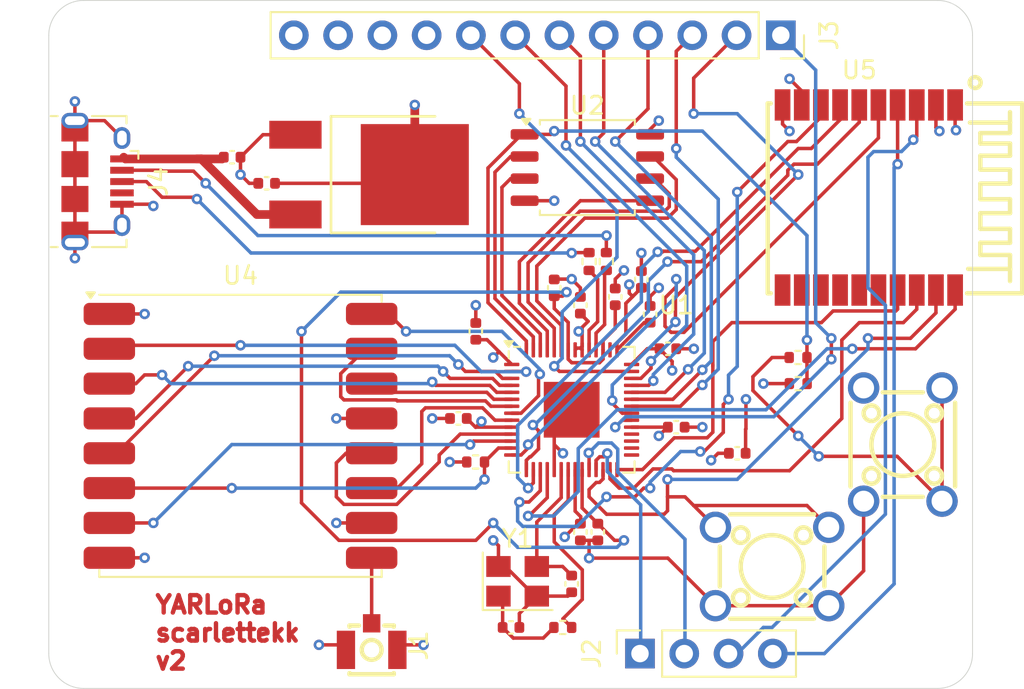
<source format=kicad_pcb>
(kicad_pcb (version 20240108) (generator "pcbnew") (generator_version "8.0")
  (layers (0 "F.Cu" signal) (1 "In1.Cu" signal) (2 "In2.Cu" signal) (31 "B.Cu" signal) (35 "F.Paste" user) (37 "F.SilkS" user "F.Silkscreen") (38 "B.Mask" user) (39 "F.Mask" user) (44 "Edge.Cuts" user))
  (net 0 "")
  (net 1 "GND")
  (net 2 "+3V3")
  (net 3 "+1V1")
  (net 4 "/BLE_SWCLK")
  (net 5 "VBUS")
  (net 6 "/BLE_SWDIO")
  (net 7 "Net-(U1-USB_DM)")
  (net 9 "Net-(U1-USB_DP)")
  (net 14 "Net-(U1-QSPI_SD3)")
  (net 15 "Net-(U1-QSPI_SS)")
  (net 16 "Net-(U1-QSPI_SD2)")
  (net 17 "Net-(U1-QSPI_SCLK)")
  (net 18 "Net-(U1-QSPI_SD0)")
  (net 20 "Net-(U1-QSPI_SD1)")
  (net 22 "/RUN")
  (net 24 "Net-(C15-Pad2)")
  (net 25 "Net-(U1-XIN)")
  (net 26 "Net-(J2-Pin_2)")
  (net 27 "Net-(J2-Pin_1)")
  (net 28 "Net-(R6-Pad1)")
  (net 29 "Net-(U1-XOUT)")
  (net 30 "Net-(U1-GPIO10)")
  (net 31 "Net-(U1-GPIO14)")
  (net 32 "Net-(U1-GPIO0)")
  (net 33 "/DIO0")
  (net 34 "Net-(U1-GPIO3)")
  (net 35 "Net-(U1-GPIO1)")
  (net 36 "/DIO2")
  (net 37 "/DIO4")
  (net 38 "/DIO5")
  (net 39 "Net-(U1-GPIO2)")
  (net 40 "/DIO1")
  (net 41 "/DIO3")
  (net 42 "Net-(J3-Pin_2)")
  (net 43 "Net-(J3-Pin_7)")
  (net 44 "Net-(J3-Pin_1)")
  (net 45 "Net-(J3-Pin_5)")
  (net 46 "Net-(J3-Pin_8)")
  (net 47 "Net-(J3-Pin_6)")
  (net 48 "Net-(J3-Pin_3)")
  (net 49 "Net-(J3-Pin_4)")
  (net 50 "/PB01")
  (net 51 "Net-(U1-GPIO11)")
  (net 52 "Net-(U1-GPIO13)")
  (net 53 "Net-(U1-GPIO12)")
  (net 54 "/PB02")
  (net 55 "/PB00")
  (net 62 "Net-(J4-D-)")
  (net 63 "Net-(J4-D+)")
  (net 65 "Net-(U4-ANT)")
  (footprint "K2-1102DP-L3SW-04:SW-TH_4P-L6.0-W6.0-P4.50-LS6.5" (layer "F.Cu") (at 91 52 90)
    (property "Reference" "SW1" (hide yes))
    (property "Value" "BOOTSEL")
  )
  (footprint "Capacitor_SMD:C_0402_1005Metric" (layer "F.Cu") (at 66.5 45.5 -90)
    (property "Reference" "C5" (hide yes))
    (property "Value" "100nF" (hide yes))
  )
  (footprint "Resistor_SMD:R_0402_1005Metric" (layer "F.Cu") (at 73 41.49 -90)
    (property "Reference" "R2" (hide yes))
    (property "Value" "27.4" (hide yes))
  )
  (footprint "MountingHole:MountingHole_2.2mm_M2" (layer "F.Cu") (at 45 29.5)
    (property "Reference" "REF**" (hide yes))
    (property "Value" "MountingHole_2.2mm_M2" (hide yes))
  )
  (footprint "K2-1102DP-L3SW-04:SW-TH_4P-L6.0-W6.0-P4.50-LS6.5" (layer "F.Cu") (at 83.5 59 180)
    (property "Reference" "SW2" (hide yes))
    (property "Value" "RUN")
  )
  (footprint "Connector_PinSocket_2.54mm:PinSocket_1x04_P2.54mm_Vertical" (layer "F.Cu") (at 75.92 64 90)
    (property "Reference" "J2")
    (property "Value" "DEBUG")
  )
  (footprint "Capacitor_SMD:C_0402_1005Metric" (layer "F.Cu") (at 68.52 62.5 180)
    (property "Reference" "C15" (hide yes))
    (property "Value" "15pF" (hide yes))
  )
  (footprint "Capacitor_SMD:C_0402_1005Metric" (layer "F.Cu") (at 72 60 90)
    (property "Reference" "C16" (hide yes))
    (property "Value" "15pF" (hide yes))
  )
  (footprint "Resistor_SMD:R_0402_1005Metric" (layer "F.Cu") (at 66.49 53)
    (property "Reference" "R8" (hide yes))
    (property "Value" "10k" (hide yes))
  )
  (footprint "MountingHole:MountingHole_2.2mm_M2" (layer "F.Cu") (at 92 29.5)
    (property "Reference" "REF**" (hide yes))
    (property "Value" "MountingHole_2.2mm_M2" (hide yes))
  )
  (footprint "Connector_PinSocket_2.54mm:PinSocket_1x12_P2.54mm_Vertical" (layer "F.Cu") (at 84 28.5 -90)
    (property "Reference" "J3")
    (property "Value" "GPIO")
  )
  (footprint "RF_Module:HOPERF_RFM9XW_SMD" (layer "F.Cu") (at 53 51.5)
    (property "Reference" "U4")
    (property "Value" "RFM95W-915S2" (hide yes))
  )
  (footprint "Capacitor_SMD:C_0402_1005Metric" (layer "F.Cu") (at 73.5 57.02 -90)
    (property "Reference" "C9" (hide yes))
    (property "Value" "100nF" (hide yes))
  )
  (footprint "Capacitor_SMD:C_0402_1005Metric" (layer "F.Cu") (at 74.5 43.52 90)
    (property "Reference" "C11" (hide yes))
    (property "Value" "1uF" (hide yes))
  )
  (footprint "Capacitor_SMD:C_0402_1005Metric" (layer "F.Cu") (at 52.52 35.5)
    (property "Reference" "C12" (hide yes))
    (property "Value" "10uF" (hide yes))
  )
  (footprint "NCP1117DT50G:NCP1117DT50G" (layer "F.Cu") (at 59.576 36.5 180)
    (property "Reference" "U3" (hide yes))
    (property "Value" "NCP1117DT33G" (hide yes))
  )
  (footprint "Capacitor_SMD:C_0402_1005Metric" (layer "F.Cu") (at 77.52 46.5 180)
    (property "Reference" "C1" (hide yes))
    (property "Value" "100nF" (hide yes))
  )
  (footprint "Package_SO:SOIC-8_5.23x5.23mm_P1.27mm" (layer "F.Cu") (at 72.9 36.095)
    (property "Reference" "U2")
    (property "Value" "W25Q128JVS" (hide yes))
  )
  (footprint "Resistor_SMD:R_0402_1005Metric" (layer "F.Cu") (at 73.99 41.49 -90)
    (property "Reference" "R1" (hide yes))
    (property "Value" "27.4" (hide yes))
  )
  (footprint "MountingHole:MountingHole_2.2mm_M2" (layer "F.Cu") (at 45 63)
    (property "Reference" "REF**" (hide yes))
    (property "Value" "MountingHole_2.2mm_M2" (hide yes))
  )
  (footprint "Resistor_SMD:R_0402_1005Metric" (layer "F.Cu") (at 71.49 62.5)
    (property "Reference" "R7" (hide yes))
    (property "Value" "1k" (hide yes))
  )
  (footprint "Connector_USB:USB_Micro-B_Amphenol_10118194_Horizontal" (layer "F.Cu") (at 44.8 36.9 -90)
    (property "Reference" "J4")
    (property "Value" "USB_B_Micro")
  )
  (footprint "BLE5201:BLE5201" (layer "F.Cu") (at 89.05 37.814 -90)
    (property "Reference" "U5")
    (property "Value" "BLE5201" (hide yes))
  )
  (footprint "Capacitor_SMD:C_0402_1005Metric" (layer "F.Cu") (at 54.5 37 180)
    (property "Reference" "C13" (hide yes))
    (property "Value" "10uF" (hide yes))
  )
  (footprint "Package_DFN_QFN:QFN-56-1EP_7x7mm_P0.4mm_EP3.2x3.2mm" (layer "F.Cu") (at 72 50)
    (property "Reference" "U1")
    (property "Value" "RP2040" (hide yes))
  )
  (footprint "Capacitor_SMD:C_0402_1005Metric" (layer "F.Cu") (at 65.5 50.5)
    (property "Reference" "C4" (hide yes))
    (property "Value" "100nF" (hide yes))
  )
  (footprint "Capacitor_SMD:C_0402_1005Metric" (layer "F.Cu") (at 78 51 180)
    (property "Reference" "C2" (hide yes))
    (property "Value" "100nF" (hide yes))
  )
  (footprint "MountingHole:MountingHole_2.2mm_M2" (layer "F.Cu") (at 92 63)
    (property "Reference" "REF**" (hide yes))
    (property "Value" "MountingHole_2.2mm_M2" (hide yes))
  )
  (footprint "Resistor_SMD:R_0402_1005Metric" (layer "F.Cu") (at 84.99 47)
    (property "Reference" "R6" (hide yes))
    (property "Value" "1k" (hide yes))
  )
  (footprint "Crystal:Crystal_SMD_Abracon_ABM8G-4Pin_3.2x2.5mm" (layer "F.Cu") (at 68.9 59.85)
    (property "Reference" "Y1")
    (property "Value" "ABM8G-12.000MHZ-18-D2Y-T" (hide yes))
  )
  (footprint "Capacitor_SMD:C_0402_1005Metric" (layer "F.Cu") (at 72.5 44 -90)
    (property "Reference" "C6" (hide yes))
    (property "Value" "100nF" (hide yes))
  )
  (footprint "Capacitor_SMD:C_0402_1005Metric" (layer "F.Cu") (at 76.5 44.52 -90)
    (property "Reference" "C7" (hide yes))
    (property "Value" "100nF" (hide yes))
  )
  (footprint "Capacitor_SMD:C_0402_1005Metric" (layer "F.Cu") (at 76 42.52 90)
    (property "Reference" "C8" (hide yes))
    (property "Value" "1uF" (hide yes))
  )
  (footprint "Resistor_SMD:R_0402_1005Metric" (layer "F.Cu") (at 85 48.5 180)
    (property "Reference" "R5" (hide yes))
    (property "Value" "10k" (hide yes))
  )
  (footprint "Capacitor_SMD:C_0402_1005Metric" (layer "F.Cu") (at 71 43 90)
    (property "Reference" "C10" (hide yes))
    (property "Value" "100nF" (hide yes))
  )
  (footprint "Capacitor_SMD:C_0402_1005Metric" (layer "F.Cu") (at 72.5 57.02 90)
    (property "Reference" "C3" (hide yes))
    (property "Value" "100nF" (hide yes))
  )
  (footprint "Capacitor_SMD:C_0402_1005Metric" (layer "F.Cu") (at 81.5 52.5)
    (property "Reference" "C14" (hide yes))
    (property "Value" "100nF" (hide yes))
  )
  (footprint "BWU.FL-IPEX1:BWU.FL-IPEX1" (layer "F.Cu") (at 60.525 63.025 -90)
    (property "Reference" "J1")
    (property "Value" "ANT")
  )
  (gr_line (start 93 66) (end 44 66) (stroke (width 0.05)) (layer "Edge.Cuts"))
  (gr_line (start 44 26.5) (end 93 26.5) (stroke (width 0.05)) (layer "Edge.Cuts"))
  (gr_arc (start 42 28.5) (mid 42.585786 27.085786) (end 44 26.5) (stroke (width 0.05)) (layer "Edge.Cuts"))
  (gr_line (start 95 28.5) (end 95 64) (stroke (width 0.05)) (layer "Edge.Cuts"))
  (gr_arc (start 44 66) (mid 42.585786 65.414214) (end 42 64) (stroke (width 0.05)) (layer "Edge.Cuts"))
  (gr_arc (start 95 64) (mid 94.414214 65.414214) (end 93 66) (stroke (width 0.05)) (layer "Edge.Cuts"))
  (gr_arc (start 93 26.5) (mid 94.414214 27.085786) (end 95 28.5) (stroke (width 0.05)) (layer "Edge.Cuts"))
  (gr_line (start 42 64) (end 42 28.5) (stroke (width 0.05)) (layer "Edge.Cuts"))
  (gr_text "YARLoRa\nscarlettekk\nv2" (at 48 65 0) (layer "F.Cu") (effects (font (size 1 1) (thickness 0.25) (bold yes)) (justify left bottom)))
  (segment (start 45.475 58.5) (end 47.5 58.5) (width 0.2) (layer "F.Cu") (net 1))
  (segment (start 47.9 38.2) (end 48 38.3) (width 0.2) (layer "F.Cu") (net 1))
  (segment (start 66.5 45.02) (end 66.5 44) (width 0.2) (layer "F.Cu") (net 1))
  (segment (start 88.75 59.25) (end 88.75 54.75) (width 0.2) (layer "F.Cu") (net 1))
  (segment (start 43.5 39.8) (end 45.8 39.8) (width 0.2) (layer "F.Cu") (net 1))
  (segment (start 81.98 51.12) (end 82 51.1) (width 0.2) (layer "F.Cu") (net 1))
  (segment (start 74.5 42.5) (end 74.5 43.01) (width 0.2) (layer "F.Cu") (net 1))
  (segment (start 71 42.5) (end 72 42.5) (width 0.2) (layer "F.Cu") (net 1))
  (segment (start 77.52 58.52) (end 73 58.52) (width 0.2) (layer "F.Cu") (net 1))
  (segment (start 80.25 61.25) (end 86.75 61.25) (width 0.2) (layer "F.Cu") (net 1))
  (segment (start 43.5 33.4) (end 45.2 33.4) (width 0.2) (layer "F.Cu") (net 1))
  (segment (start 67.8 59) (end 67.8 57.8) (width 0.2) (layer "F.Cu") (net 1))
  (segment (start 76.5 44.01) (end 76.5 43.5) (width 0.2) (layer "F.Cu") (net 1))
  (segment (start 78.48 51) (end 79.5 51) (width 0.2) (layer "F.Cu") (net 1))
  (segment (start 56.152 34.21) (end 54.29 34.21) (width 0.2) (layer "F.Cu") (net 1))
  (segment (start 75 42) (end 74.5 42.5) (width 0.2) (layer "F.Cu") (net 1))
  (segment (start 80.25 61.25) (end 77.52 58.52) (width 0.2) (layer "F.Cu") (net 1))
  (segment (start 43.5 39.8) (end 43.5 34) (width 0.2) (layer "F.Cu") (net 1))
  (segment (start 54.29 34.21) (end 53 35.5) (width 0.2) (layer "F.Cu") (net 1))
  (segment (start 62 63.5) (end 63.5 63.5) (width 0.2) (layer "F.Cu") (net 1))
  (segment (start 85.2 31.7) (end 84.5 31) (width 0.2) (layer "F.Cu") (net 1))
  (segment (start 69.9 60.7) (end 68.2 59) (width 0.2) (layer "F.Cu") (net 1))
  (segment (start 53 35.5) (end 53 36.5) (width 0.2) (layer "F.Cu") (net 1))
  (segment (start 73 57.5) (end 73 58.52) (width 0.2) (layer "F.Cu") (net 1))
  (segment (start 69 61.7) (end 70 60.7) (width 0.2) (layer "F.Cu") (net 1))
  (segment (start 81.98 52.5) (end 81.98 51.12) (width 0.2) (layer "F.Cu") (net 1))
  (segment (start 53.5 37) (end 53 36.5) (width 0.2) (layer "F.Cu") (net 1))
  (segment (start 45.475 44.5) (end 47.5 44.5) (width 0.2) (layer "F.Cu") (net 1))
  (segment (start 72.5 57.5) (end 73 57.5) (width 0.2) (layer "F.Cu") (net 1))
  (segment (start 46.2 38.2) (end 47.9 38.2) (width 0.2) (layer "F.Cu") (net 1))
  (segment (start 64 50.5) (end 65.02 50.5) (width 0.2) (layer "F.Cu") (net 1))
  (segment (start 69.3 38) (end 71 38) (width 0.2) (layer "F.Cu") (net 1))
  (segment (start 70 60.7) (end 69.9 60.7) (width 0.2) (layer "F.Cu") (net 1))
  (segment (start 54.02 37) (end 53.5 37) (width 0.2) (layer "F.Cu") (net 1))
  (segment (start 60.525 56.5) (end 58.5 56.5) (width 0.2) (layer "F.Cu") (net 1))
  (segment (start 68.2 59) (end 67.8 59) (width 0.2) (layer "F.Cu") (net 1))
  (segment (start 86.75 61.25) (end 88.75 59.25) (width 0.2) (layer "F.Cu") (net 1))
  (segment (start 43.5 32.3) (end 43.5 33.4) (width 0.2) (layer "F.Cu") (net 1))
  (segment (start 71 52) (end 71 53.4375) (width 0.2) (layer "F.Cu") (net 1))
  (segment (start 72.5 43.51) (end 72.5 43) (width 0.2) (layer "F.Cu") (net 1))
  (segment (start 77.99 46.5) (end 79.01 46.5) (width 0.2) (layer "F.Cu") (net 1))
  (segment (start 73 57.5) (end 73.5 57.5) (width 0.2) (layer "F.Cu") (net 1))
  (segment (start 76.5 43.5) (end 77 43) (width 0.2) (layer "F.Cu") (net 1))
  (segment (start 85.2 32.5) (end 85.2 31.7) (width 0.2) (layer "F.Cu") (net 1))
  (segment (start 45.2 33.4) (end 46.2 34.4) (width 0.2) (layer "F.Cu") (net 1))
  (segment (start 82 51.1) (end 82 49.4) (width 0.2) (layer "F.Cu") (net 1))
  (segment (start 59.05 63.5) (end 57.5 63.5) (width 0.2) (layer "F.Cu") (net 1))
  (segment (start 43.5 40.4) (end 43.5 41.3) (width 0.2) (layer "F.Cu") (net 1))
  (segment (start 45.8 39.8) (end 46.2 39.4) (width 0.2) (layer "F.Cu") (net 1))
  (segment (start 72.5 43) (end 72 42.5) (width 0.2) (layer "F.Cu") (net 1))
  (segment (start 94.05 33.95) (end 94 33.9) (width 0.2) (layer "F.Cu") (net 1))
  (segment (start 94 33.9) (end 94 32.5005) (width 0.2) (layer "F.Cu") (net 1))
  (segment (start 70 60.7) (end 71.78 60.7) (width 0.2) (layer "F.Cu") (net 1))
  (segment (start 88.75 48.25) (end 88 49) (width 0.2) (layer "F.Cu") (net 1))
  (segment (start 72 50) (end 71 51) (width 0.2) (layer "F.Cu") (net 1))
  (segment (start 71.78 60.7) (end 72 60.48) (width 0.2) (layer "F.Cu") (net 1))
  (segment (start 46.2 38.2) (end 46.2 39.4) (width 0.2) (layer "F.Cu") (net 1))
  (segment (start 69 62.5) (end 69 61.7) (width 0.2) (layer "F.Cu") (net 1))
  (segment (start 76 42.01) (end 76 41) (width 0.2) (layer "F.Cu") (net 1))
  (segment (start 71 52) (end 71.5 52.5) (width 0.2) (layer "F.Cu") (net 1))
  (segment (start 71 51) (end 71 52) (width 0.2) (layer "F.Cu") (net 1))
  (segment (start 67.8 57.8) (end 67.5 57.5) (width 0.2) (layer "F.Cu") (net 1))
  (via (at 76 41) (size 0.6) (drill 0.3) (layers "F.Cu" "B.Cu") (net 1))
  (via (at 71.5 52.5) (size 0.6) (drill 0.3) (layers "F.Cu" "B.Cu") (net 1))
  (via (at 64 50.5) (size 0.6) (drill 0.3) (layers "F.Cu" "B.Cu") (net 1))
  (via (at 47.5 44.5) (size 0.6) (drill 0.3) (layers "F.Cu" "B.Cu") (net 1))
  (via (at 82 49.4) (size 0.6) (drill 0.3) (layers "F.Cu" "B.Cu") (net 1))
  (via (at 77 43) (size 0.6) (drill 0.3) (layers "F.Cu" "B.Cu") (net 1))
  (via (at 53 36.5) (size 0.6) (drill 0.3) (layers "F.Cu" "B.Cu") (net 1))
  (via (at 72 42.5) (size 0.6) (drill 0.3) (layers "F.Cu" "B.Cu") (net 1))
  (via (at 75 42) (size 0.6) (drill 0.3) (layers "F.Cu" "B.Cu") (net 1))
  (via (at 57.5 63.5) (size 0.6) (drill 0.3) (layers "F.Cu" "B.Cu") (net 1))
  (via (at 73 58.52) (size 0.6) (drill 0.3) (layers "F.Cu" "B.Cu") (net 1))
  (via (at 71 38) (size 0.6) (drill 0.3) (layers "F.Cu" "B.Cu") (net 1))
  (via (at 58.5 56.5) (size 0.6) (drill 0.3) (layers "F.Cu" "B.Cu") (net 1))
  (via (at 47.5 58.5) (size 0.6) (drill 0.3) (layers "F.Cu" "B.Cu") (net 1))
  (via (at 66.5 44) (size 0.6) (drill 0.3) (layers "F.Cu" "B.Cu") (net 1))
  (via (at 43.5 32.3) (size 0.6) (drill 0.3) (layers "F.Cu" "B.Cu") (net 1))
  (via (at 94.05 33.95) (size 0.6) (drill 0.3) (layers "F.Cu" "B.Cu") (net 1))
  (via (at 43.5 41.3) (size 0.6) (drill 0.3) (layers "F.Cu" "B.Cu") (net 1))
  (via (at 48 38.3) (size 0.6) (drill 0.3) (layers "F.Cu" "B.Cu") (net 1))
  (via (at 79.5 51) (size 0.6) (drill 0.3) (layers "F.Cu" "B.Cu") (net 1))
  (via (at 67.5 57.5) (size 0.6) (drill 0.3) (layers "F.Cu" "B.Cu") (net 1))
  (via (at 84.5 31) (size 0.6) (drill 0.3) (layers "F.Cu" "B.Cu") (net 1))
  (via (at 79.01 46.5) (size 0.6) (drill 0.3) (layers "F.Cu" "B.Cu") (net 1))
  (via (at 63.5 63.5) (size 0.6) (drill 0.3) (layers "F.Cu" "B.Cu") (net 1))
  (segment (start 65 53) (end 65.98 53) (width 0.2) (layer "F.Cu") (net 2))
  (segment (start 66.48 51) (end 65.98 50.5) (width 0.2) (layer "F.Cu") (net 2))
  (segment (start 72.944314 44.924314) (end 72.6 45.268628) (width 0.2) (layer "F.Cu") (net 2))
  (segment (start 76.5 33.9) (end 77 33.4) (width 0.2) (layer "F.Cu") (net 2))
  (segment (start 67.83125 46.66875) (end 67.5 47) (width 0.2) (layer "F.Cu") (net 2))
  (segment (start 67.1425 45.98) (end 67.33125 46.16875) (width 0.2) (layer "F.Cu") (net 2))
  (segment (start 77.5 51) (end 77 51.5) (width 0.2) (layer "F.Cu") (net 2))
  (segment (start 66.5 45.98) (end 67.1425 45.98) (width 0.2) (layer "F.Cu") (net 2))
  (segment (start 72.5 56.54) (end 72.360006 56.54) (width 0.2) (layer "F.Cu") (net 2))
  (segment (start 60.525 50.5) (end 58.5 50.5) (width 0.2) (layer "F.Cu") (net 2))
  (segment (start 72.2 46.5625) (end 72.3 46.4625) (width 0.2) (layer "F.Cu") (net 2))
  (segment (start 72.360006 56.54) (end 71.6 57.300006) (width 0.2) (layer "F.Cu") (net 2))
  (segment (start 84.49 48.5) (end 83 48.5) (width 0.2) (layer "F.Cu") (net 2))
  (segment (start 77.52 51) (end 77.5 51) (width 0.2) (layer "F.Cu") (net 2))
  (segment (start 72.52 56.14) (end 72.2 55.82) (width 0.2) (layer "F.Cu") (net 2))
  (segment (start 77.04 46.5) (end 76.3375 46.5) (width 0.2) (layer "F.Cu") (net 2))
  (segment (start 67.83125 46.66875) (end 68.5625 47.4) (width 0.2) (layer "F.Cu") (net 2))
  (segment (start 84.1 33.6) (end 84.1 32.5) (width 0.2) (layer "F.Cu") (net 2))
  (segment (start 66.48 51) (end 66.5 51) (width 0.2) (layer "F.Cu") (net 2))
  (segment (start 75.5 43.5) (end 76 43) (width 0.2) (layer "F.Cu") (net 2))
  (segment (start 66.5 51) (end 66.825735 50.674265) (width 0.2) (layer "F.Cu") (net 2))
  (segment (start 63 36.5) (end 63 32.5) (width 0.5) (layer "F.Cu") (net 2))
  (segment (start 77.04 46.5) (end 77.764877 47.224877) (width 0.2) (layer "F.Cu") (net 2))
  (segment (start 74.2 46.5625) (end 75.11 45.6525) (width 0.2) (layer "F.Cu") (net 2))
  (segment (start 72.6 45.268628) (end 72.6 45.5) (width 0.2) (layer "F.Cu") (net 2))
  (segment (start 92.9 33.8) (end 93.1 34) (width 0.2) (layer "F.Cu") (net 2))
  (segment (start 92.9 32.5) (end 92.9 33.8) (width 0.2) (layer "F.Cu") (net 2))
  (segment (start 68.5625 51) (end 66.48 51) (width 0.2) (layer "F.Cu") (net 2))
  (segment (start 54.98 37) (end 62.5 37) (width 0.2) (layer "F.Cu") (net 2))
  (segment (start 72.2 55.82) (end 72.2 53.4375) (width 0.2) (layer "F.Cu") (net 2))
  (segment (start 75.5 43.5) (end 75.304175 43.304175) (width 0.2) (layer "F.Cu") (net 2))
  (segment (start 72.5 56.54) (end 72.52 56.52) (width 0.2) (layer "F.Cu") (net 2))
  (segment (start 72.5 56.54) (end 72.7 56.34) (width 0.2) (layer "F.Cu") (net 2))
  (segment (start 75.11 45.6525) (end 75.11 43.89) (width 0.2) (layer "F.Cu") (net 2))
  (segment (start 72.5 46.4625) (end 72.6 46.5625) (width 0.2) (layer "F.Cu") (net 2))
  (segment (start 76.5 45) (end 76.1625 45) (width 0.2) (layer "F.Cu") (net 2))
  (segment (start 67.33125 46.16875) (end 67.83125 46.66875) (width 0.2) (layer "F.Cu") (net 2))
  (segment (start 75.304175 43.304175) (end 75.304175 42.810112) (width 0.2) (layer "F.Cu") (net 2))
  (segment (start 76.1625 45) (end 74.6 46.5625) (width 0.2) (layer "F.Cu") (net 2))
  (segment (start 80.4 52.5) (end 80 52.9) (width 0.2) (layer "F.Cu") (net 2))
  (segment (start 62.5 37) (end 63 36.5) (width 0.2) (layer "F.Cu") (net 2))
  (segment (start 72.52 56.52) (end 72.52 56.14) (width 0.2) (layer "F.Cu") (net 2))
  (segment (start 75.11 43.89) (end 75.5 43.5) (width 0.2) (layer "F.Cu") (net 2))
  (segment (start 72.6 45.5) (end 72.4 45.5) (width 0.2) (layer "F.Cu") (net 2))
  (segment (start 76.3375 46.5) (end 75.4375 47.4) (width 0.2) (layer "F.Cu") (net 2))
  (segment (start 72.3 46.4625) (end 72.5 46.4625) (width 0.2) (layer "F.Cu") (net 2))
  (segment (start 72.6 46.3625) (end 72.5 46.4625) (width 0.2) (layer "F.Cu") (net 2))
  (segment (start 77.764877 47.224877) (end 77.764877 47.745123) (width 0.2) (layer "F.Cu") (net 2))
  (segment (start 72.5 44.48) (end 72.944314 44.924314) (width 0.2) (layer "F.Cu") (net 2))
  (segment (start 76.5 34.19) (end 76.5 33.9) (width 0.2) (layer "F.Cu") (net 2))
  (segment (start 81.02 52.5) (end 80.4 52.5) (width 0.2) (layer "F.Cu") (net 2))
  (segment (start 75.4375 51) (end 77.52 51) (width 0.2) (layer "F.Cu") (net 2))
  (segment (start 72.6 45.5) (end 72.6 46.3625) (width 0.2) (layer "F.Cu") (net 2))
  (segment (start 84.5 34) (end 84.1 33.6) (width 0.2) (layer "F.Cu") (net 2))
  (via (at 80 52.9) (size 0.6) (drill 0.3) (layers "F.Cu" "B.Cu") (net 2))
  (via (at 71.6 57.300006) (size 0.6) (drill 0.3) (layers "F.Cu" "B.Cu") (net 2))
  (via (at 66.825735 50.674265) (size 0.6) (drill 0.3) (layers "F.Cu" "B.Cu") (net 2))
  (via (at 63 32.5) (size 0.6) (drill 0.3) (layers "F.Cu" "B.Cu") (net 2))
  (via (at 93.1 34) (size 0.6) (drill 0.3) (layers "F.Cu" "B.Cu") (net 2))
  (via (at 77 33.4) (size 0.6) (drill 0.3) (layers "F.Cu" "B.Cu") (net 2))
  (via (at 65 53) (size 0.6) (drill 0.3) (layers "F.Cu" "B.Cu") (net 2))
  (via (at 67.5 47) (size 0.6) (drill 0.3) (layers "F.Cu" "B.Cu") (net 2))
  (via (at 77.764877 47.745123) (size 0.6) (drill 0.3) (layers "F.Cu" "B.Cu") (net 2))
  (via (at 83 48.5) (size 0.6) (drill 0.3) (layers "F.Cu" "B.Cu") (net 2))
  (via (at 72.4 45.5) (size 0.6) (drill 0.3) (layers "F.Cu" "B.Cu") (net 2))
  (via (at 77 51.5) (size 0.6) (drill 0.3) (layers "F.Cu" "B.Cu") (net 2))
  (via (at 84.5 34) (size 0.6) (drill 0.3) (layers "F.Cu" "B.Cu") (net 2))
  (via (at 75.304175 42.810112) (size 0.6) (drill 0.3) (layers "F.Cu" "B.Cu") (net 2))
  (via (at 58.5 50.5) (size 0.6) (drill 0.3) (layers "F.Cu" "B.Cu") (net 2))
  (segment (start 72.00364 47.3) (end 73.59636 47.3) (width 0.2) (layer "F.Cu") (net 3))
  (segment (start 71.8 46.5625) (end 71.8 44.984314) (width 0.2) (layer "F.Cu") (net 3))
  (segment (start 58.651471 57.5) (end 66.5 57.5) (width 0.2) (layer "F.Cu") (net 3))
  (segment (start 66.5 57.5) (end 67.5 56.5) (width 0.2) (layer "F.Cu") (net 3))
  (segment (start 72.6 53.4375) (end 72.6 55.64) (width 0.2) (layer "F.Cu") (net 3))
  (segment (start 72.6 55.64) (end 73.5 56.54) (width 0.2) (layer "F.Cu") (net 3))
  (segment (start 73.8 46.02864) (end 74.5 45.32864) (width 0.2) (layer "F.Cu") (net 3))
  (segment (start 73.8 46.5625) (end 73.8 46.02864) (width 0.2) (layer "F.Cu") (net 3))
  (segment (start 71 43.48) (end 71.471117 43.48) (width 0.2) (layer "F.Cu") (net 3))
  (segment (start 75 57.5) (end 74.46 57.5) (width 0.2) (layer "F.Cu") (net 3))
  (segment (start 73.8 47.09636) (end 73.8 46.5625) (width 0.2) (layer "F.Cu") (net 3))
  (segment (start 71.8 46.5625) (end 71.8 47.09636) (width 0.2) (layer "F.Cu") (net 3))
  (segment (start 71.8 44.984314) (end 71 44.184314) (width 0.2) (layer "F.Cu") (net 3))
  (segment (start 73.59636 47.3) (end 73.8 47.09636) (width 0.2) (layer "F.Cu") (net 3))
  (segment (start 74.46 57.5) (end 73.5 56.54) (width 0.2) (layer "F.Cu") (net 3))
  (segment (start 56.5 45.5) (end 56.5 55.348529) (width 0.2) (layer "F.Cu") (net 3))
  (segment (start 71.471117 43.48) (end 71.703866 43.247251) (width 0.2) (layer "F.Cu") (net 3))
  (segment (start 71 44.184314) (end 71 43.49) (width 0.2) (layer "F.Cu") (net 3))
  (segment (start 56.5 55.348529) (end 58.651471 57.5) (width 0.2) (layer "F.Cu") (net 3))
  (segment (start 74.5 45.32864) (end 74.5 44) (width 0.2) (layer "F.Cu") (net 3))
  (segment (start 71.8 47.09636) (end 72.00364 47.3) (width 0.2) (layer "F.Cu") (net 3))
  (via (at 71.703866 43.247251) (size 0.6) (drill 0.3) (layers "F.Cu" "B.Cu") (net 3))
  (via (at 56.5 45.5) (size 0.6) (drill 0.3) (layers "F.Cu" "B.Cu") (net 3))
  (via (at 67.5 56.5) (size 0.6) (drill 0.3) (layers "F.Cu" "B.Cu") (net 3))
  (via (at 75 57.5) (size 0.6) (drill 0.3) (layers "F.Cu" "B.Cu") (net 3))
  (segment (start 67.5 56.5) (end 68.900006 57.900006) (width 0.2) (layer "B.Cu") (net 3))
  (segment (start 74.599994 57.900006) (end 75 57.5) (width 0.2) (layer "B.Cu") (net 3))
  (segment (start 68.900006 57.900006) (end 74.599994 57.900006) (width 0.2) (layer "B.Cu") (net 3))
  (segment (start 71.703866 43.247251) (end 58.752749 43.247251) (width 0.2) (layer "B.Cu") (net 3))
  (segment (start 58.752749 43.247251) (end 56.5 45.5) (width 0.2) (layer "B.Cu") (net 3))
  (segment (start 91.8 34.3) (end 91.6 34.5) (width 0.2) (layer "F.Cu") (net 4))
  (segment (start 91.8 32.5) (end 91.8 34.3) (width 0.2) (layer "F.Cu") (net 4))
  (via (at 91.6 34.5) (size 0.6) (drill 0.3) (layers "F.Cu" "B.Cu") (net 4))
  (segment (start 89.325735 35.174265) (end 90.925735 35.174265) (width 0.2) (layer "B.Cu") (net 4))
  (segment (start 90.925735 35.174265) (end 91.6 34.5) (width 0.2) (layer "B.Cu") (net 4))
  (segment (start 89 35.5) (end 89.325735 35.174265) (width 0.2) (layer "B.Cu") (net 4))
  (segment (start 89 43) (end 89 35.5) (width 0.2) (layer "B.Cu") (net 4))
  (segment (start 81.5 64) (end 83 62.5) (width 0.2) (layer "B.Cu") (net 4))
  (segment (start 90 44) (end 89 43) (width 0.2) (layer "B.Cu") (net 4))
  (segment (start 90 56) (end 90 44) (width 0.2) (layer "B.Cu") (net 4))
  (segment (start 83.5 62.5) (end 90 56) (width 0.2) (layer "B.Cu") (net 4))
  (segment (start 83 62.5) (end 83.5 62.5) (width 0.2) (layer "B.Cu") (net 4))
  (segment (start 81 64) (end 81.5 64) (width 0.2) (layer "B.Cu") (net 4))
  (segment (start 46.4 35.6) (end 46.3 35.5) (width 0.5) (layer "F.Cu") (net 5))
  (segment (start 56.152 38.79) (end 53.941471 38.79) (width 0.5) (layer "F.Cu") (net 5))
  (segment (start 52.04 35.5) (end 51.94 35.6) (width 0.5) (layer "F.Cu") (net 5))
  (segment (start 51.94 35.6) (end 46.4 35.6) (width 0.5) (layer "F.Cu") (net 5))
  (segment (start 50.751471 35.6) (end 50.5 35.6) (width 0.5) (layer "F.Cu") (net 5))
  (segment (start 53.941471 38.79) (end 50.751471 35.6) (width 0.5) (layer "F.Cu") (net 5))
  (segment (start 90.7 35.9) (end 90.7 32.5) (width 0.2) (layer "F.Cu") (net 6))
  (via (at 90.7 35.9) (size 0.6) (drill 0.3) (layers "F.Cu" "B.Cu") (net 6))
  (segment (start 90.5 36.1) (end 90.5 60) (width 0.2) (layer "B.Cu") (net 6))
  (segment (start 90.7 35.9) (end 90.5 36.1) (width 0.2) (layer "B.Cu") (net 6))
  (segment (start 86.5 64) (end 83.54 64) (width 0.2) (layer "B.Cu") (net 6))
  (segment (start 90.5 60) (end 86.5 64) (width 0.2) (layer "B.Cu") (net 6))
  (segment (start 73.89 45.11) (end 73.89 42.1) (width 0.2) (layer "F.Cu") (net 7))
  (segment (start 73.4 46.5625) (end 73.4 45.6) (width 0.2) (layer "F.Cu") (net 7))
  (segment (start 73.89 42.1) (end 73.99 42) (width 0.2) (layer "F.Cu") (net 7))
  (segment (start 73.4 45.6) (end 73.89 45.11) (width 0.2) (layer "F.Cu") (net 7))
  (segment (start 73 45.434314) (end 73.49 44.944314) (width 0.2) (layer "F.Cu") (net 9))
  (segment (start 73.49 44.944314) (end 73.49 42.49) (width 0.2) (layer "F.Cu") (net 9))
  (segment (start 73.49 42.49) (end 73 42) (width 0.2) (layer "F.Cu") (net 9))
  (segment (start 73 46.5625) (end 73 45.434314) (width 0.2) (layer "F.Cu") (net 9))
  (segment (start 78 38.506238) (end 78 36.789448) (width 0.2) (layer "F.Cu") (net 14))
  (segment (start 76.670552 35.46) (end 76.5 35.46) (width 0.2) (layer "F.Cu") (net 14))
  (segment (start 71.4 45.15) (end 70 43.75) (width 0.2) (layer "F.Cu") (net 14))
  (segment (start 77.506238 39) (end 78 38.506238) (width 0.2) (layer "F.Cu") (net 14))
  (segment (start 70 43.75) (end 70 41.75) (width 0.2) (layer "F.Cu") (net 14))
  (segment (start 72.75 39) (end 77.506238 39) (width 0.2) (layer "F.Cu") (net 14))
  (segment (start 70 41.75) (end 72.75 39) (width 0.2) (layer "F.Cu") (net 14))
  (segment (start 71.4 46.5625) (end 71.4 45.15) (width 0.2) (layer "F.Cu") (net 14))
  (segment (start 78 36.789448) (end 76.670552 35.46) (width 0.2) (layer "F.Cu") (net 14))
  (segment (start 67.2 36.119448) (end 67.2 43.851471) (width 0.2) (layer "F.Cu") (net 15))
  (segment (start 69.4 46.051471) (end 69.4 46.5625) (width 0.2) (layer "F.Cu") (net 15))
  (segment (start 85.5 48.49) (end 85.51 48.5) (width 0.2) (layer "F.Cu") (net 15))
  (segment (start 71 34) (end 70.81 34.19) (width 0.2) (layer "F.Cu") (net 15))
  (segment (start 70.81 34.19) (end 69.3 34.19) (width 0.2) (layer "F.Cu") (net 15))
  (segment (start 67.2 43.851471) (end 69.4 46.051471) (width 0.2) (layer "F.Cu") (net 15))
  (segment (start 69.3 34.19) (end 69.129448 34.19) (width 0.2) (layer "F.Cu") (net 15))
  (segment (start 85.5 47) (end 85.5 48.49) (width 0.2) (layer "F.Cu") (net 15))
  (segment (start 69.129448 34.19) (end 67.2 36.119448) (width 0.2) (layer "F.Cu") (net 15))
  (segment (start 85.5 47) (end 85.5 46) (width 0.2) (layer "F.Cu") (net 15))
  (via (at 85.5 46) (size 0.6) (drill 0.3) (layers "F.Cu" "B.Cu") (net 15))
  (via (at 71 34) (size 0.6) (drill 0.3) (layers "F.Cu" "B.Cu") (net 15))
  (segment (start 71 34) (end 79.5 34) (width 0.2) (layer "B.Cu") (net 15))
  (segment (start 85.5 40) (end 85.5 46) (width 0.2) (layer "B.Cu") (net 15))
  (segment (start 79.5 34) (end 85.5 40) (width 0.2) (layer "B.Cu") (net 15))
  (segment (start 68 43.447058) (end 70.2 45.647058) (width 0.2) (layer "F.Cu") (net 16))
  (segment (start 69.3 36.73) (end 68.5 36.730001) (width 0.2) (layer "F.Cu") (net 16))
  (segment (start 68 37.230001) (end 68 43.447058) (width 0.2) (layer "F.Cu") (net 16))
  (segment (start 70.2 45.647058) (end 70.2 46.5625) (width 0.2) (layer "F.Cu") (net 16))
  (segment (start 68.5 36.730001) (end 68 37.230001) (width 0.2) (layer "F.Cu") (net 16))
  (segment (start 77.340552 38.6) (end 77.6 38.340552) (width 0.2) (layer "F.Cu") (net 17))
  (segment (start 77.6 38.340552) (end 77.6 37.6) (width 0.2) (layer "F.Cu") (net 17))
  (segment (start 69.5 43.815686) (end 69.5 41.570736) (width 0.2) (layer "F.Cu") (net 17))
  (segment (start 71 46.5625) (end 71 45.315686) (width 0.2) (layer "F.Cu") (net 17))
  (segment (start 76.73 36.73) (end 76.5 36.73) (width 0.2) (layer "F.Cu") (net 17))
  (segment (start 77.6 37.6) (end 76.73 36.73) (width 0.2) (layer "F.Cu") (net 17))
  (segment (start 72.470736 38.6) (end 77.340552 38.6) (width 0.2) (layer "F.Cu") (net 17))
  (segment (start 71 45.315686) (end 69.5 43.815686) (width 0.2) (layer "F.Cu") (net 17))
  (segment (start 69.5 41.570736) (end 72.470736 38.6) (width 0.2) (layer "F.Cu") (net 17))
  (segment (start 70.6 46.5625) (end 70.6 45.481372) (width 0.2) (layer "F.Cu") (net 18))
  (segment (start 70.6 45.481372) (end 69 43.881372) (width 0.2) (layer "F.Cu") (net 18))
  (segment (start 69 41.5) (end 72.5 38) (width 0.2) (layer "F.Cu") (net 18))
  (segment (start 69 43.881372) (end 69 41.5) (width 0.2) (layer "F.Cu") (net 18))
  (segment (start 72.5 38) (end 76.5 38) (width 0.2) (layer "F.Cu") (net 18))
  (segment (start 69.8 46.5625) (end 69.8 45.812744) (width 0.2) (layer "F.Cu") (net 20))
  (segment (start 67.6 36.360001) (end 68.500001 35.46) (width 0.2) (layer "F.Cu") (net 20))
  (segment (start 69.8 45.812744) (end 67.6 43.612744) (width 0.2) (layer "F.Cu") (net 20))
  (segment (start 68.500001 35.46) (end 69.3 35.46) (width 0.2) (layer "F.Cu") (net 20))
  (segment (start 67.6 43.612744) (end 67.6 36.360001) (width 0.2) (layer "F.Cu") (net 20))
  (segment (start 79 55.5) (end 80.25 56.75) (width 0.2) (layer "F.Cu") (net 22))
  (segment (start 73 54.58568) (end 73.41068 54.175) (width 0.2) (layer "F.Cu") (net 22))
  (segment (start 89 45.9) (end 91.439735 45.9) (width 0.2) (layer "F.Cu") (net 22))
  (segment (start 91.439735 45.9) (end 92.9 44.439735) (width 0.2) (layer "F.Cu") (net 22))
  (segment (start 73.59636 54.175) (end 73.8 53.97136) (width 0.2) (layer "F.Cu") (net 22))
  (segment (start 77.3 56) (end 74 56) (width 0.2) (layer "F.Cu") (net 22))
  (segment (start 77.5 55) (end 78.5 55) (width 0.2) (layer "F.Cu") (net 22))
  (segment (start 77.5 55) (end 77.5 55.8) (width 0.2) (layer "F.Cu") (net 22))
  (segment (start 78.5 55) (end 79 55.5) (width 0.2) (layer "F.Cu") (net 22))
  (segment (start 85.5 55.5) (end 86.75 56.75) (width 0.2) (layer "F.Cu") (net 22))
  (segment (start 77.5 55.8) (end 77.3 56) (width 0.2) (layer "F.Cu") (net 22))
  (segment (start 73.41068 54.175) (end 73.59636 54.175) (width 0.2) (layer "F.Cu") (net 22))
  (segment (start 92.9 44.439735) (end 92.9 43.128) (width 0.2) (layer "F.Cu") (net 22))
  (segment (start 73.8 53.97136) (end 73.8 53.4375) (width 0.2) (layer "F.Cu") (net 22))
  (segment (start 77.5 54) (end 77.5 55) (width 0.2) (layer "F.Cu") (net 22))
  (segment (start 73 55) (end 73 54.58568) (width 0.2) (layer "F.Cu") (net 22))
  (segment (start 74 56) (end 73 55) (width 0.2) (layer "F.Cu") (net 22))
  (segment (start 79 55.5) (end 85.5 55.5) (width 0.2) (layer "F.Cu") (net 22))
  (via (at 77.5 54) (size 0.6) (drill 0.3) (layers "F.Cu" "B.Cu") (net 22))
  (via (at 89 45.9) (size 0.6) (drill 0.3) (layers "F.Cu" "B.Cu") (net 22))
  (segment (start 81.5 54) (end 77.5 54) (width 0.2) (layer "B.Cu") (net 22))
  (segment (start 89 46.5) (end 81.5 54) (width 0.2) (layer "B.Cu") (net 22))
  (segment (start 89 45.9) (end 89 46.5) (width 0.2) (layer "B.Cu") (net 22))
  (segment (start 68.04 62.5) (end 68.04 60.94) (width 0.2) (layer "F.Cu") (net 24))
  (segment (start 68.04 60.94) (end 67.8 60.7) (width 0.2) (layer "F.Cu") (net 24))
  (segment (start 68.65 63.11) (end 68.04 62.5) (width 0.2) (layer "F.Cu") (net 24))
  (segment (start 70.98 62.5) (end 70.37 63.11) (width 0.2) (layer "F.Cu") (net 24))
  (segment (start 70.37 63.11) (end 68.65 63.11) (width 0.2) (layer "F.Cu") (net 24))
  (segment (start 71.4 55.048535) (end 71.4 55.029552) (width 0.2) (layer "F.Cu") (net 25))
  (segment (start 70 59) (end 70 56.448535) (width 0.2) (layer "F.Cu") (net 25))
  (segment (start 70 59) (end 71.48 59) (width 0.2) (layer "F.Cu") (net 25))
  (segment (start 71.4 55.029552) (end 71.4 53.4375) (width 0.2) (layer "F.Cu") (net 25))
  (segment (start 71.48 59) (end 72 59.52) (width 0.2) (layer "F.Cu") (net 25))
  (segment (start 70 56.448535) (end 71.4 55.048535) (width 0.2) (layer "F.Cu") (net 25))
  (segment (start 73 52.499797) (end 72.977657 52.477454) (width 0.2) (layer "F.Cu") (net 26))
  (segment (start 73 53.4375) (end 73 52.499797) (width 0.2) (layer "F.Cu") (net 26))
  (via (at 72.977657 52.477454) (size 0.6) (drill 0.3) (layers "F.Cu" "B.Cu") (net 26))
  (segment (start 74.6436 52.261859) (end 74.6436 53.577914) (width 0.2) (layer "B.Cu") (net 26))
  (segment (start 72.977657 52.477454) (end 73.544723 51.910388) (width 0.2) (layer "B.Cu") (net 26))
  (segment (start 78.5 57.434314) (end 78.5 64) (width 0.2) (layer "B.Cu") (net 26))
  (segment (start 74.6436 53.577914) (end 78.5 57.434314) (width 0.2) (layer "B.Cu") (net 26))
  (segment (start 74.292129 51.910388) (end 74.6436 52.261859) (width 0.2) (layer "B.Cu") (net 26))
  (segment (start 73.544723 51.910388) (end 74.292129 51.910388) (width 0.2) (layer "B.Cu") (net 26))
  (segment (start 73.853988 52.7) (end 73.60364 52.7) (width 0.2) (layer "F.Cu") (net 27))
  (segment (start 74.0436 52.510388) (end 73.853988 52.7) (width 0.2) (layer "F.Cu") (net 27))
  (segment (start 73.60364 52.7) (end 73.4 52.90364) (width 0.2) (layer "F.Cu") (net 27))
  (segment (start 73.4 52.90364) (end 73.4 53.4375) (width 0.2) (layer "F.Cu") (net 27))
  (via (at 74.0436 52.510388) (size 0.6) (drill 0.3) (layers "F.Cu" "B.Cu") (net 27))
  (segment (start 74.0436 52.510388) (end 74.0436 53.5436) (width 0.2) (layer "B.Cu") (net 27))
  (segment (start 75.96 55.46) (end 75.96 64) (width 0.2) (layer "B.Cu") (net 27))
  (segment (start 74.0436 53.5436) (end 75.96 55.46) (width 0.2) (layer "B.Cu") (net 27))
  (segment (start 90.674265 52.674265) (end 86.174265 52.674265) (width 0.2) (layer "F.Cu") (net 28))
  (segment (start 93.25 55.25) (end 90.674265 52.674265) (width 0.2) (layer "F.Cu") (net 28))
  (segment (start 82.4 48.9) (end 82.4 48.1) (width 0.2) (layer "F.Cu") (net 28))
  (segment (start 85 51.5) (end 82.4 48.9) (width 0.2) (layer "F.Cu") (net 28))
  (segment (start 82.4 48.1) (end 83.5 47) (width 0.2) (layer "F.Cu") (net 28))
  (segment (start 93.25 54.75) (end 93.25 48.25) (width 0.2) (layer "F.Cu") (net 28))
  (segment (start 84.38 46.9) (end 84.48 47) (width 0.2) (layer "F.Cu") (net 28))
  (segment (start 83.5 47) (end 84.48 47) (width 0.2) (layer "F.Cu") (net 28))
  (via (at 85 51.5) (size 0.6) (drill 0.3) (layers "F.Cu" "B.Cu") (net 28))
  (via (at 86.174265 52.674265) (size 0.6) (drill 0.3) (layers "F.Cu" "B.Cu") (net 28))
  (segment (start 86.174265 52.674265) (end 85 51.5) (width 0.2) (layer "B.Cu") (net 28))
  (segment (start 71 57.583866) (end 72.61 59.193866) (width 0.2) (layer "F.Cu") (net 29))
  (segment (start 71.8 55.214221) (end 71 56.014221) (width 0.2) (layer "F.Cu") (net 29))
  (segment (start 71 56.014221) (end 71 57.583866) (width 0.2) (layer "F.Cu") (net 29))
  (segment (start 71.8 53.4375) (end 71.8 55.214221) (width 0.2) (layer "F.Cu") (net 29))
  (segment (start 72.61 59.193866) (end 72.61 60.89) (width 0.2) (layer "F.Cu") (net 29))
  (segment (start 71.5 62) (end 72 62.5) (width 0.2) (layer "F.Cu") (net 29))
  (segment (start 72.61 60.89) (end 71.5 62) (width 0.2) (layer "F.Cu") (net 29))
  (segment (start 67.8 52.2) (end 68.5625 52.2) (width 0.2) (layer "F.Cu") (net 30))
  (segment (start 67 53) (end 67.8 52.2) (width 0.2) (layer "F.Cu") (net 30))
  (segment (start 45.475 54.5) (end 52.5 54.5) (width 0.2) (layer "F.Cu") (net 30))
  (segment (start 67 54) (end 67 53) (width 0.2) (layer "F.Cu") (net 30))
  (via (at 52.5 54.5) (size 0.6) (drill 0.3) (layers "F.Cu" "B.Cu") (net 30))
  (via (at 67 54) (size 0.6) (drill 0.3) (layers "F.Cu" "B.Cu") (net 30))
  (segment (start 52.5 54.5) (end 66.5 54.5) (width 0.2) (layer "B.Cu") (net 30))
  (segment (start 66.5 54.5) (end 67 54) (width 0.2) (layer "B.Cu") (net 30))
  (segment (start 70.2 54.648529) (end 70.2 53.4375) (width 0.2) (layer "F.Cu") (net 31))
  (segment (start 84.4 34.6) (end 81.5 37.5) (width 0.2) (layer "F.Cu") (net 31))
  (segment (start 76.131372 54.5) (end 75.631372 55) (width 0.2) (layer "F.Cu") (net 31))
  (segment (start 84.9 34.6) (end 84.4 34.6) (width 0.2) (layer "F.Cu") (net 31))
  (segment (start 80.7 51.3) (end 79.599758 52.400242) (width 0.2) (layer "F.Cu") (net 31))
  (segment (start 81 49.4) (end 80.7 49.7) (width 0.2) (layer "F.Cu") (net 31))
  (segment (start 75.631372 55) (end 74 55) (width 0.2) (layer "F.Cu") (net 31))
  (segment (start 76.5 54.5) (end 76.131372 54.5) (width 0.2) (layer "F.Cu") (net 31))
  (segment (start 80.7 49.7) (end 80.7 51.3) (width 0.2) (layer "F.Cu") (net 31))
  (segment (start 79.599758 52.400242) (end 79.375303 52.400242) (width 0.2) (layer "F.Cu") (net 31))
  (segment (start 69.548526 55.300003) (end 70.2 54.648529) (width 0.2) (layer "F.Cu") (net 31))
  (segment (start 86.3 33.2) (end 84.9 34.6) (width 0.2) (layer "F.Cu") (net 31))
  (segment (start 69 55.300003) (end 69.548526 55.300003) (width 0.2) (layer "F.Cu") (net 31))
  (segment (start 86.3 32.5) (end 86.3 33.2) (width 0.2) (layer "F.Cu") (net 31))
  (via (at 74 55) (size 0.6) (drill 0.3) (layers "F.Cu" "B.Cu") (net 31))
  (via (at 81.5 37.5) (size 0.6) (drill 0.3) (layers "F.Cu" "B.Cu") (net 31))
  (via (at 69 55.300003) (size 0.6) (drill 0.3) (layers "F.Cu" "B.Cu") (net 31))
  (via (at 81 49.4) (size 0.6) (drill 0.3) (layers "F.Cu" "B.Cu") (net 31))
  (via (at 76.5 54.5) (size 0.6) (drill 0.3) (layers "F.Cu" "B.Cu") (net 31))
  (via (at 79.375303 52.400242) (size 0.6) (drill 0.3) (layers "F.Cu" "B.Cu") (net 31))
  (segment (start 68.9 56.4) (end 68.9 55.400003) (width 0.2) (layer "B.Cu") (net 31))
  (segment (start 69.200006 56.700006) (end 68.9 56.4) (width 0.2) (layer "B.Cu") (net 31))
  (segment (start 76.5 54.151471) (end 76.5 54.5) (width 0.2) (layer "B.Cu") (net 31))
  (segment (start 74 55) (end 72.299994 56.700006) (width 0.2) (layer "B.Cu") (net 31))
  (segment (start 68.9 55.400003) (end 69 55.300003) (width 0.2) (layer "B.Cu") (net 31))
  (segment (start 72.299994 56.700006) (end 69.200006 56.700006) (width 0.2) (layer "B.Cu") (net 31))
  (segment (start 81 48.012589) (end 81 49.4) (width 0.2) (layer "B.Cu") (net 31))
  (segment (start 78.251229 52.400242) (end 76.5 54.151471) (width 0.2) (layer "B.Cu") (net 31))
  (segment (start 81.5 37.5) (end 81.5 47.512589) (width 0.2) (layer "B.Cu") (net 31))
  (segment (start 79.375303 52.400242) (end 78.251229 52.400242) (width 0.2) (layer "B.Cu") (net 31))
  (segment (start 81.5 47.512589) (end 81 48.012589) (width 0.2) (layer "B.Cu") (net 31))
  (segment (start 45.675 46.3) (end 45.475 46.5) (width 0.2) (layer "F.Cu") (net 32))
  (segment (start 69.371669 47.8) (end 69.387313 47.815644) (width 0.2) (layer "F.Cu") (net 32))
  (segment (start 53 46.3) (end 45.675 46.3) (width 0.2) (layer "F.Cu") (net 32))
  (segment (start 68.5625 47.8) (end 69.371669 47.8) (width 0.2) (layer "F.Cu") (net 32))
  (via (at 53 46.3) (size 0.6) (drill 0.3) (layers "F.Cu" "B.Cu") (net 32))
  (via (at 69.387313 47.815644) (size 0.6) (drill 0.3) (layers "F.Cu" "B.Cu") (net 32))
  (segment (start 65.3 46.3) (end 66.815644 47.815644) (width 0.2) (layer "B.Cu") (net 32))
  (segment (start 66.815644 47.815644) (end 69.387313 47.815644) (width 0.2) (layer "B.Cu") (net 32))
  (segment (start 53 46.3) (end 65.3 46.3) (width 0.2) (layer "B.Cu") (net 32))
  (segment (start 60.525 48.5) (end 61.025 49) (width 0.2) (layer "F.Cu") (net 33))
  (segment (start 67.131372 49) (end 67.531372 49.4) (width 0.2) (layer "F.Cu") (net 33))
  (segment (start 67.531372 49.4) (end 68.5625 49.4) (width 0.2) (layer "F.Cu") (net 33))
  (segment (start 61.025 49) (end 67.131372 49) (width 0.2) (layer "F.Cu") (net 33))
  (segment (start 67.297058 48.6) (end 67.697058 49) (width 0.2) (layer "F.Cu") (net 34))
  (segment (start 48.5 48) (end 47.5 48) (width 0.2) (layer "F.Cu") (net 34))
  (segment (start 47.5 48) (end 47 48.5) (width 0.2) (layer "F.Cu") (net 34))
  (segment (start 47 48.5) (end 45.475 48.5) (width 0.2) (layer "F.Cu") (net 34))
  (segment (start 64 48.4) (end 64.2 48.6) (width 0.2) (layer "F.Cu") (net 34))
  (segment (start 64.2 48.6) (end 67.297058 48.6) (width 0.2) (layer "F.Cu") (net 34))
  (segment (start 67.697058 49) (end 68.5625 49) (width 0.2) (layer "F.Cu") (net 34))
  (via (at 48.5 48) (size 0.6) (drill 0.3) (layers "F.Cu" "B.Cu") (net 34))
  (via (at 64 48.4) (size 0.6) (drill 0.3) (layers "F.Cu" "B.Cu") (net 34))
  (segment (start 49 48.5) (end 48.5 48) (width 0.2) (layer "B.Cu") (net 34))
  (segment (start 64 48.4) (end 63.9 48.5) (width 0.2) (layer "B.Cu") (net 34))
  (segment (start 63.9 48.5) (end 49 48.5) (width 0.2) (layer "B.Cu") (net 34))
  (segment (start 68.02843 48.2) (end 67.62843 47.8) (width 0.2) (layer "F.Cu") (net 35))
  (segment (start 67.62843 47.8) (end 65.9 47.8) (width 0.2) (layer "F.Cu") (net 35))
  (segment (start 51.5 46.9) (end 45.9 52.5) (width 0.2) (layer "F.Cu") (net 35))
  (segment (start 45.9 52.5) (end 45.475 52.5) (width 0.2) (layer "F.Cu") (net 35))
  (segment (start 68.5625 48.2) (end 68.02843 48.2) (width 0.2) (layer "F.Cu") (net 35))
  (segment (start 65.9 47.8) (end 65.5 47.4) (width 0.2) (layer "F.Cu") (net 35))
  (via (at 65.5 47.4) (size 0.6) (drill 0.3) (layers "F.Cu" "B.Cu") (net 35))
  (via (at 51.5 46.9) (size 0.6) (drill 0.3) (layers "F.Cu" "B.Cu") (net 35))
  (segment (start 65.5 47.4) (end 65 46.9) (width 0.2) (layer "B.Cu") (net 35))
  (segment (start 65 46.9) (end 51.5 46.9) (width 0.2) (layer "B.Cu") (net 35))
  (segment (start 70.175382 48.024618) (end 70.1 48.1) (width 0.2) (layer "F.Cu") (net 36))
  (segment (start 62.5 45.5) (end 61.5 44.5) (width 0.2) (layer "F.Cu") (net 36))
  (segment (start 70.175382 47.953291) (end 70.175382 48.024618) (width 0.2) (layer "F.Cu") (net 36))
  (segment (start 70.1 48.1) (end 70.1 49.19636) (width 0.2) (layer "F.Cu") (net 36))
  (segment (start 70.1 49.19636) (end 69.09636 50.2) (width 0.2) (layer "F.Cu") (net 36))
  (segment (start 61.5 44.5) (end 60.525 44.5) (width 0.2) (layer "F.Cu") (net 36))
  (segment (start 69.09636 50.2) (end 68.5625 50.2) (width 0.2) (layer "F.Cu") (net 36))
  (via (at 62.5 45.5) (size 0.6) (drill 0.3) (layers "F.Cu" "B.Cu") (net 36))
  (via (at 70.175382 47.953291) (size 0.6) (drill 0.3) (layers "F.Cu" "B.Cu") (net 36))
  (segment (start 70.175382 47.675382) (end 68 45.5) (width 0.2) (layer "B.Cu") (net 36))
  (segment (start 68 45.5) (end 62.5 45.5) (width 0.2) (layer "B.Cu") (net 36))
  (segment (start 70.175382 47.953291) (end 70.175382 47.675382) (width 0.2) (layer "B.Cu") (net 36))
  (segment (start 61.965 55.435) (end 64.4 53) (width 0.2) (layer "F.Cu") (net 37))
  (segment (start 65.6 51.4) (end 68.5625 51.4) (width 0.2) (layer "F.Cu") (net 37))
  (segment (start 58.5 53.05) (end 58.5 55) (width 0.2) (layer "F.Cu") (net 37))
  (segment (start 58.5 55) (end 58.935 55.435) (width 0.2) (layer "F.Cu") (net 37))
  (segment (start 59.05 52.5) (end 58.5 53.05) (width 0.2) (layer "F.Cu") (net 37))
  (segment (start 60.525 52.5) (end 59.05 52.5) (width 0.2) (layer "F.Cu") (net 37))
  (segment (start 58.935 55.435) (end 61.965 55.435) (width 0.2) (layer "F.Cu") (net 37))
  (segment (start 64.4 52.6) (end 65.6 51.4) (width 0.2) (layer "F.Cu") (net 37))
  (segment (start 64.4 53) (end 64.4 52.6) (width 0.2) (layer "F.Cu") (net 37))
  (segment (start 66.371472 51.8) (end 66.171472 52) (width 0.2) (layer "F.Cu") (net 38))
  (segment (start 48 56.5) (end 45.475 56.5) (width 0.2) (layer "F.Cu") (net 38))
  (segment (start 68.5625 51.8) (end 66.371472 51.8) (width 0.2) (layer "F.Cu") (net 38))
  (via (at 66.171472 52) (size 0.6) (drill 0.3) (layers "F.Cu" "B.Cu") (net 38))
  (via (at 48 56.5) (size 0.6) (drill 0.3) (layers "F.Cu" "B.Cu") (net 38))
  (segment (start 52.5 52) (end 48 56.5) (width 0.2) (layer "B.Cu") (net 38))
  (segment (start 66.171472 52) (end 52.5 52) (width 0.2) (layer "B.Cu") (net 38))
  (segment (start 68.5625 48.6) (end 67.862744 48.6) (width 0.2) (layer "F.Cu") (net 39))
  (segment (start 67.462744 48.2) (end 65.024697 48.2) (width 0.2) (layer "F.Cu") (net 39))
  (segment (start 50 47.5) (end 47 50.5) (width 0.2) (layer "F.Cu") (net 39))
  (segment (start 47 50.5) (end 45.475 50.5) (width 0.2) (layer "F.Cu") (net 39))
  (segment (start 67.862744 48.6) (end 67.462744 48.2) (width 0.2) (layer "F.Cu") (net 39))
  (segment (start 65.024697 48.2) (end 64.624697 47.8) (width 0.2) (layer "F.Cu") (net 39))
  (via (at 64.624697 47.8) (size 0.6) (drill 0.3) (layers "F.Cu" "B.Cu") (net 39))
  (via (at 50 47.5) (size 0.6) (drill 0.3) (layers "F.Cu" "B.Cu") (net 39))
  (segment (start 64.824697 48) (end 64.324697 47.5) (width 0.2) (layer "B.Cu") (net 39))
  (segment (start 64.624697 47.8) (end 64.824697 48) (width 0.2) (layer "B.Cu") (net 39))
  (segment (start 64.324697 47.5) (end 50 47.5) (width 0.2) (layer "B.Cu") (net 39))
  (segment (start 61.938278 49.435) (end 61.993278 49.49) (width 0.2) (layer "F.Cu") (net 40))
  (segment (start 58.935 49.435) (end 61.938278 49.435) (width 0.2) (layer "F.Cu") (net 40))
  (segment (start 67.055686 49.49) (end 67.365686 49.8) (width 0.2) (layer "F.Cu") (net 40))
  (segment (start 58.75 49.25) (end 58.935 49.435) (width 0.2) (layer "F.Cu") (net 40))
  (segment (start 60.525 46.5) (end 60.176722 46.5) (width 0.2) (layer "F.Cu") (net 40))
  (segment (start 61.993278 49.49) (end 67.055686 49.49) (width 0.2) (layer "F.Cu") (net 40))
  (segment (start 60.176722 46.5) (end 58.75 47.926722) (width 0.2) (layer "F.Cu") (net 40))
  (segment (start 58.75 47.926722) (end 58.75 49.25) (width 0.2) (layer "F.Cu") (net 40))
  (segment (start 67.365686 49.8) (end 68.5625 49.8) (width 0.2) (layer "F.Cu") (net 40))
  (segment (start 60.525 54.5) (end 62 54.5) (width 0.2) (layer "F.Cu") (net 41))
  (segment (start 63.4 50.1) (end 63.61 49.89) (width 0.2) (layer "F.Cu") (net 41))
  (segment (start 63.61 49.89) (end 66.89 49.89) (width 0.2) (layer "F.Cu") (net 41))
  (segment (start 67.6 50.6) (end 68.5625 50.6) (width 0.2) (layer "F.Cu") (net 41))
  (segment (start 62 54.5) (end 63.4 53.1) (width 0.2) (layer "F.Cu") (net 41))
  (segment (start 63.4 53.1) (end 63.4 50.1) (width 0.2) (layer "F.Cu") (net 41))
  (segment (start 66.89 49.89) (end 67.6 50.6) (width 0.2) (layer "F.Cu") (net 41))
  (segment (start 79 33) (end 79 30.96) (width 0.2) (layer "F.Cu") (net 42))
  (segment (start 85 36.5) (end 77.954762 43.545238) (width 0.2) (layer "F.Cu") (net 42))
  (segment (start 74.90364 50.2) (end 75.4375 50.2) (width 0.2) (layer "F.Cu") (net 42))
  (segment (start 79 30.96) (end 81.46 28.5) (width 0.2) (layer "F.Cu") (net 42))
  (segment (start 77.954762 43.545238) (end 77.954762 44.954762) (width 0.2) (layer "F.Cu") (net 42))
  (segment (start 74.328355 49.468408) (end 74.328355 49.624715) (width 0.2) (layer "F.Cu") (net 42))
  (segment (start 74.328355 49.624715) (end 74.90364 50.2) (width 0.2) (layer "F.Cu") (net 42))
  (via (at 85 36.5) (size 0.6) (drill 0.3) (layers "F.Cu" "B.Cu") (net 42))
  (via (at 79 33) (size 0.6) (drill 0.3) (layers "F.Cu" "B.Cu") (net 42))
  (via (at 74.328355 49.468408) (size 0.6) (drill 0.3) (layers "F.Cu" "B.Cu") (net 42))
  (via (at 77.954762 44.954762) (size 0.6) (drill 0.3) (layers "F.Cu" "B.Cu") (net 42))
  (segment (start 74.328355 48.581169) (end 77.954762 44.954762) (width 0.2) (layer "B.Cu") (net 42))
  (segment (start 74.328355 49.468408) (end 74.328355 48.581169) (width 0.2) (layer "B.Cu") (net 42))
  (segment (start 85 36.5) (end 81.5 33) (width 0.2) (layer "B.Cu") (net 42))
  (segment (start 81.5 33) (end 79 33) (width 0.2) (layer "B.Cu") (net 42))
  (segment (start 76.551315 47.620045) (end 76.551315 47.206738) (width 0.2) (layer "F.Cu") (net 43))
  (segment (start 71.674265 34.825735) (end 71.674265 31.414265) (width 0.2) (layer "F.Cu") (net 43))
  (segment (start 75.4375 48.2) (end 75.97136 48.2) (width 0.2) (layer "F.Cu") (net 43))
  (segment (start 71.674265 31.414265) (end 68.76 28.5) (width 0.2) (layer "F.Cu") (net 43))
  (segment (start 75.97136 48.2) (end 76.551315 47.620045) (width 0.2) (layer "F.Cu") (net 43))
  (via (at 71.674265 34.825735) (size 0.6) (drill 0.3) (layers "F.Cu" "B.Cu") (net 43))
  (via (at 76.551315 47.206738) (size 0.6) (drill 0.3) (layers "F.Cu" "B.Cu") (net 43))
  (segment (start 78.6 45.158053) (end 78.6 41.75147) (width 0.2) (layer "B.Cu") (net 43))
  (segment (start 76.551315 47.206738) (end 78.6 45.158053) (width 0.2) (layer "B.Cu") (net 43))
  (segment (start 78.6 41.75147) (end 71.674265 34.825735) (width 0.2) (layer "B.Cu") (net 43))
  (segment (start 74.9 50.6) (end 74.5 51) (width 0.2) (layer "F.Cu") (net 44))
  (segment (start 86.9 45.9) (end 86.9 47.099998) (width 0.2) (layer "F.Cu") (net 44))
  (segment (start 75.4375 50.6) (end 74.9 50.6) (width 0.2) (layer "F.Cu") (net 44))
  (via (at 86.9 45.9) (size 0.6) (drill 0.3) (layers "F.Cu" "B.Cu") (net 44))
  (via (at 74.5 51) (size 0.6) (drill 0.3) (layers "F.Cu" "B.Cu") (net 44))
  (via (at 86.9 47.099998) (size 0.6) (drill 0.3) (layers "F.Cu" "B.Cu") (net 44))
  (segment (start 83.599998 50.4) (end 86.9 47.099998) (width 0.2) (layer "B.Cu") (net 44))
  (segment (start 75.1 50.4) (end 83.599998 50.4) (width 0.2) (layer "B.Cu") (net 44))
  (segment (start 86.9 45.9) (end 86 45) (width 0.2) (layer "B.Cu") (net 44))
  (segment (start 86 30.5) (end 84 28.5) (width 0.2) (layer "B.Cu") (net 44))
  (segment (start 86 45) (end 86 30.5) (width 0.2) (layer "B.Cu") (net 44))
  (segment (start 74.5 51) (end 75.1 50.4) (width 0.2) (layer "B.Cu") (net 44))
  (segment (start 73.84 34.108527) (end 73.84 28.5) (width 0.2) (layer "F.Cu") (net 45))
  (segment (start 73.348527 34.6) (end 73.84 34.108527) (width 0.2) (layer "F.Cu") (net 45))
  (segment (start 78.679265 47.679265) (end 77.35853 49) (width 0.2) (layer "F.Cu") (net 45))
  (segment (start 77.35853 49) (end 75.4375 49) (width 0.2) (layer "F.Cu") (net 45))
  (via (at 78.679265 47.679265) (size 0.6) (drill 0.3) (layers "F.Cu" "B.Cu") (net 45))
  (via (at 73.348527 34.6) (size 0.6) (drill 0.3) (layers "F.Cu" "B.Cu") (net 45))
  (segment (start 78.679265 47.679264) (end 79.61 46.748529) (width 0.2) (layer "B.Cu") (net 45))
  (segment (start 79.61 40.861473) (end 73.348527 34.6) (width 0.2) (layer "B.Cu") (net 45))
  (segment (start 78.679265 47.679265) (end 78.679265 47.679264) (width 0.2) (layer "B.Cu") (net 45))
  (segment (start 79.61 46.748529) (end 79.61 40.861473) (width 0.2) (layer "B.Cu") (net 45))
  (segment (start 71.3 47.8) (end 75.4375 47.8) (width 0.2) (layer "F.Cu") (net 46))
  (segment (start 69 33) (end 69 31.28) (width 0.2) (layer "F.Cu") (net 46))
  (segment (start 71 47.5) (end 71.3 47.8) (width 0.2) (layer "F.Cu") (net 46))
  (segment (start 69 31.28) (end 66.22 28.5) (width 0.2) (layer "F.Cu") (net 46))
  (via (at 69 33) (size 0.6) (drill 0.3) (layers "F.Cu" "B.Cu") (net 46))
  (via (at 71 47.5) (size 0.6) (drill 0.3) (layers "F.Cu" "B.Cu") (net 46))
  (segment (start 71.454414 44.384115) (end 74.6 41.238529) (width 0.2) (layer "B.Cu") (net 46))
  (segment (start 74.6 38.6) (end 69 33) (width 0.2) (layer "B.Cu") (net 46))
  (segment (start 74.6 41.238529) (end 74.6 38.6) (width 0.2) (layer "B.Cu") (net 46))
  (segment (start 71 47.5) (end 71.454414 47.045586) (width 0.2) (layer "B.Cu") (net 46))
  (segment (start 71.454414 47.045586) (end 71.454414 44.384115) (width 0.2) (layer "B.Cu") (net 46))
  (segment (start 72.5 29.7) (end 71.3 28.5) (width 0.2) (layer "F.Cu") (net 47))
  (segment (start 76.41989 48.6) (end 76.684888 48.335002) (width 0.2) (layer "F.Cu") (net 47))
  (segment (start 75.4375 48.6) (end 76.41989 48.6) (width 0.2) (layer "F.Cu") (net 47))
  (segment (start 72.5 34.6) (end 72.5 29.7) (width 0.2) (layer "F.Cu") (net 47))
  (via (at 72.5 34.6) (size 0.6) (drill 0.3) (layers "F.Cu" "B.Cu") (net 47))
  (via (at 76.684888 48.335002) (size 0.6) (drill 0.3) (layers "F.Cu" "B.Cu") (net 47))
  (segment (start 79 45.661471) (end 79 41.1) (width 0.2) (layer "B.Cu") (net 47))
  (segment (start 76.684888 47.976583) (end 79 45.661471) (width 0.2) (layer "B.Cu") (net 47))
  (segment (start 79 41.1) (end 72.5 34.6) (width 0.2) (layer "B.Cu") (net 47))
  (segment (start 76.684888 48.335002) (end 76.684888 47.976583) (width 0.2) (layer "B.Cu") (net 47))
  (segment (start 79.458985 48.58203) (end 78.241015 49.8) (width 0.2) (layer "F.Cu") (net 48))
  (segment (start 78 29.42) (end 78.92 28.5) (width 0.2) (layer "F.Cu") (net 48))
  (segment (start 78.241015 49.8) (end 75.4375 49.8) (width 0.2) (layer "F.Cu") (net 48))
  (segment (start 79.5 48.58203) (end 79.458985 48.58203) (width 0.2) (layer "F.Cu") (net 48))
  (segment (start 78 35) (end 78 29.42) (width 0.2) (layer "F.Cu") (net 48))
  (via (at 79.5 48.58203) (size 0.6) (drill 0.3) (layers "F.Cu" "B.Cu") (net 48))
  (via (at 78 35) (size 0.6) (drill 0.3) (layers "F.Cu" "B.Cu") (net 48))
  (segment (start 78 35.5) (end 78 35) (width 0.2) (layer "B.Cu") (net 48))
  (segment (start 80.41 37.91) (end 78 35.5) (width 0.2) (layer "B.Cu") (net 48))
  (segment (start 80.41 47.67203) (end 80.41 37.91) (width 0.2) (layer "B.Cu") (net 48))
  (segment (start 79.5 48.58203) (end 80.41 47.67203) (width 0.2) (layer "B.Cu") (net 48))
  (segment (start 74.5 34.6) (end 76.38 32.72) (width 0.2) (layer "F.Cu") (net 49))
  (segment (start 76.38 32.72) (end 76.38 28.5) (width 0.2) (layer "F.Cu") (net 49))
  (segment (start 79.5 47.707057) (end 77.807057 49.4) (width 0.2) (layer "F.Cu") (net 49))
  (segment (start 77.807057 49.4) (end 75.4375 49.4) (width 0.2) (layer "F.Cu") (net 49))
  (via (at 79.5 47.707057) (size 0.6) (drill 0.3) (layers "F.Cu" "B.Cu") (net 49))
  (via (at 74.5 34.6) (size 0.6) (drill 0.3) (layers "F.Cu" "B.Cu") (net 49))
  (segment (start 79.5 47.707057) (end 80.01 47.197057) (width 0.2) (layer "B.Cu") (net 49))
  (segment (start 80.01 40.11) (end 74.5 34.6) (width 0.2) (layer "B.Cu") (net 49))
  (segment (start 80.01 47.197057) (end 80.01 40.11) (width 0.2) (layer "B.Cu") (net 49))
  (segment (start 88.5 45) (end 87.5 46) (width 0.2) (layer "F.Cu") (net 50))
  (segment (start 91.8 44.228) (end 91.028 45) (width 0.2) (layer "F.Cu") (net 50))
  (segment (start 84.5 53.5) (end 77.848529 53.5) (width 0.2) (layer "F.Cu") (net 50))
  (segment (start 91.8 43.128) (end 91.8 44.228) (width 0.2) (layer "F.Cu") (net 50))
  (segment (start 74.2 53.97136) (end 74.2 53.4375) (width 0.2) (layer "F.Cu") (net 50))
  (segment (start 91.028 45) (end 88.5 45) (width 0.2) (layer "F.Cu") (net 50))
  (segment (start 87.5 50.5) (end 84.5 53.5) (width 0.2) (layer "F.Cu") (net 50))
  (segment (start 74.72864 54.5) (end 74.2 53.97136) (width 0.2) (layer "F.Cu") (net 50))
  (segment (start 87.5 46) (end 87.5 50.5) (width 0.2) (layer "F.Cu") (net 50))
  (segment (start 76.665686 53.4) (end 75.565686 54.5) (width 0.2) (layer "F.Cu") (net 50))
  (segment (start 77.748529 53.4) (end 76.665686 53.4) (width 0.2) (layer "F.Cu") (net 50))
  (segment (start 77.848529 53.5) (end 77.748529 53.4) (width 0.2) (layer "F.Cu") (net 50))
  (segment (start 75.565686 54.5) (end 74.72864 54.5) (width 0.2) (layer "F.Cu") (net 50))
  (segment (start 78.445238 45.554762) (end 89.6 34.4) (width 0.2) (layer "F.Cu") (net 51))
  (segment (start 78 42.934314) (end 77.354762 43.579552) (width 0.2) (layer "F.Cu") (net 51))
  (segment (start 68.5625 52.6) (end 69.09636 52.6) (width 0.2) (layer "F.Cu") (net 51))
  (segment (start 77.354762 45.203291) (end 77.706233 45.554762) (width 0.2) (layer "F.Cu") (net 51))
  (segment (start 89.6 34.4) (end 89.6 32.5) (width 0.2) (layer "F.Cu") (net 51))
  (segment (start 77.706233 45.554762) (end 78.445238 45.554762) (width 0.2) (layer "F.Cu") (net 51))
  (segment (start 69.5 52.19636) (end 69.5 52) (width 0.2) (layer "F.Cu") (net 51))
  (segment (start 69.09636 52.6) (end 69.5 52.19636) (width 0.2) (layer "F.Cu") (net 51))
  (segment (start 77.354762 43.579552) (end 77.354762 45.203291) (width 0.2) (layer "F.Cu") (net 51))
  (segment (start 78 42.5) (end 78 42.934314) (width 0.2) (layer "F.Cu") (net 51))
  (via (at 78 42.5) (size 0.6) (drill 0.3) (layers "F.Cu" "B.Cu") (net 51))
  (via (at 69.5 52) (size 0.6) (drill 0.3) (layers "F.Cu" "B.Cu") (net 51))
  (segment (start 69.5 52) (end 78 43.5) (width 0.2) (layer "B.Cu") (net 51))
  (segment (start 78 43.5) (end 78 42.5) (width 0.2) (layer "B.Cu") (net 51))
  (segment (start 69.8 53.4375) (end 69.8 54.2) (width 0.2) (layer "F.Cu") (net 52))
  (segment (start 85.75 35) (end 87.4 33.35) (width 0.2) (layer "F.Cu") (net 52))
  (segment (start 77.251471 40.9) (end 79.1 40.9) (width 0.2) (layer "F.Cu") (net 52))
  (segment (start 85 35) (end 85.75 35) (width 0.2) (layer "F.Cu") (net 52))
  (segment (start 69.8 54.2) (end 69.5 54.5) (width 0.2) (layer "F.Cu") (net 52))
  (segment (start 76.934313 40.934313) (end 77.217158 40.934313) (width 0.2) (layer "F.Cu") (net 52))
  (segment (start 79.1 40.9) (end 85 35) (width 0.2) (layer "F.Cu") (net 52))
  (segment (start 77.217158 40.934313) (end 77.251471 40.9) (width 0.2) (layer "F.Cu") (net 52))
  (segment (start 87.4 33.35) (end 87.4 32.5) (width 0.2) (layer "F.Cu") (net 52))
  (via (at 69.5 54.5) (size 0.6) (drill 0.3) (layers "F.Cu" "B.Cu") (net 52))
  (via (at 76.934313 40.934313) (size 0.6) (drill 0.3) (layers "F.Cu" "B.Cu") (net 52))
  (segment (start 76 41.868626) (end 76.934313 40.934313) (width 0.2) (layer "B.Cu") (net 52))
  (segment (start 68.9 53.9) (end 68.9 50.902941) (width 0.2) (layer "B.Cu") (net 52))
  (segment (start 76 43.802941) (end 76 41.868626) (width 0.2) (layer "B.Cu") (net 52))
  (segment (start 68.9 50.902941) (end 76 43.802941) (width 0.2) (layer "B.Cu") (net 52))
  (segment (start 69.5 54.5) (end 68.9 53.9) (width 0.2) (layer "B.Cu") (net 52))
  (segment (start 84.751471 35.9) (end 86.1 35.9) (width 0.2) (layer "F.Cu") (net 53))
  (segment (start 70.1 52.248529) (end 70.1 51.200002) (width 0.2) (layer "F.Cu") (net 53))
  (segment (start 77.5 41.5) (end 79.434314 41.5) (width 0.2) (layer "F.Cu") (net 53))
  (segment (start 84.4 36.251471) (end 84.751471 35.9) (width 0.2) (layer "F.Cu") (net 53))
  (segment (start 86.1 35.9) (end 88.5 33.5) (width 0.2) (layer "F.Cu") (net 53))
  (segment (start 69.60364 52.7) (end 69.648529 52.7) (width 0.2) (layer "F.Cu") (net 53))
  (segment (start 69.648529 52.7) (end 70.1 52.248529) (width 0.2) (layer "F.Cu") (net 53))
  (segment (start 69.4 53.4375) (end 69.4 52.90364) (width 0.2) (layer "F.Cu") (net 53))
  (segment (start 70.1 51.200002) (end 69.775734 50.875736) (width 0.2) (layer "F.Cu") (net 53))
  (segment (start 79.434314 41.5) (end 84.4 36.534314) (width 0.2) (layer "F.Cu") (net 53))
  (segment (start 69.4 52.90364) (end 69.60364 52.7) (width 0.2) (layer "F.Cu") (net 53))
  (segment (start 84.4 36.534314) (end 84.4 36.251471) (width 0.2) (layer "F.Cu") (net 53))
  (segment (start 88.5 33.5) (end 88.5 32.5) (width 0.2) (layer "F.Cu") (net 53))
  (via (at 69.775734 50.875736) (size 0.6) (drill 0.3) (layers "F.Cu" "B.Cu") (net 53))
  (via (at 77.5 41.5) (size 0.6) (drill 0.3) (layers "F.Cu" "B.Cu") (net 53))
  (segment (start 76.4 44.348527) (end 76.4 42.6) (width 0.2) (layer "B.Cu") (net 53))
  (segment (start 69.872791 50.875736) (end 76.4 44.348527) (width 0.2) (layer "B.Cu") (net 53))
  (segment (start 69.775734 50.875736) (end 69.872791 50.875736) (width 0.2) (layer "B.Cu") (net 53))
  (segment (start 76.4 42.6) (end 77.5 41.5) (width 0.2) (layer "B.Cu") (net 53))
  (segment (start 90.7 44.228) (end 90.6 44.328) (width 0.2) (layer "F.Cu") (net 54))
  (segment (start 80.1 51.287352) (end 80.1 47.4) (width 0.2) (layer "F.Cu") (net 54))
  (segment (start 79.777352 51.61) (end 80.1 51.287352) (width 0.2) (layer "F.Cu") (net 54))
  (segment (start 90.6 44.328) (end 87 44.328) (width 0.2) (layer "F.Cu") (net 54))
  (segment (start 80.1 47.5) (end 80.1 46.087352) (width 0.2) (layer "F.Cu") (net 54))
  (segment (start 80.1 46.087352) (end 81.187352 45) (width 0.2) (layer "F.Cu") (net 54))
  (segment (start 77.89 51.61) (end 79.777352 51.61) (width 0.2) (layer "F.Cu") (net 54))
  (segment (start 81.187352 45) (end 86.328 45) (width 0.2) (layer "F.Cu") (net 54))
  (segment (start 87 44.328) (end 86.328 45) (width 0.2) (layer "F.Cu") (net 54))
  (segment (start 74.6 53.4375) (end 76.0625 53.4375) (width 0.2) (layer "F.Cu") (net 54))
  (segment (start 90.7 44.228) (end 90.7 43.128) (width 0.2) (layer "F.Cu") (net 54))
  (segment (start 76.0625 53.4375) (end 77.89 51.61) (width 0.2) (layer "F.Cu") (net 54))
  (segment (start 91.728 46.5) (end 94 44.228) (width 0.2) (layer "F.Cu") (net 55))
  (segment (start 88.1 46.5) (end 91.728 46.5) (width 0.2) (layer "F.Cu") (net 55))
  (segment (start 94 44.228) (end 94 43.128) (width 0.2) (layer "F.Cu") (net 55))
  (segment (start 69.5 56.100006) (end 69.548526 56.100006) (width 0.2) (layer "F.Cu") (net 55))
  (segment (start 70.6 55.048532) (end 70.6 53.4375) (width 0.2) (layer "F.Cu") (net 55))
  (segment (start 69.548526 56.100006) (end 70.6 55.048532) (width 0.2) (layer "F.Cu") (net 55))
  (via (at 69.5 56.100006) (size 0.6) (drill 0.3) (layers "F.Cu" "B.Cu") (net 55))
  (via (at 88.1 46.5) (size 0.6) (drill 0.3) (layers "F.Cu" "B.Cu") (net 55))
  (segment (start 72.377657 52.228925) (end 72.377657 54.692589) (width 0.2) (layer "B.Cu") (net 55))
  (segment (start 88.1 46.5) (end 86.651471 46.5) (width 0.2) (layer "B.Cu") (net 55))
  (segment (start 70.97024 56.100006) (end 69.5 56.100006) (width 0.2) (layer "B.Cu") (net 55))
  (segment (start 72.377657 54.692589) (end 70.97024 56.100006) (width 0.2) (layer "B.Cu") (net 55))
  (segment (start 86.651471 46.5) (end 83.151471 50) (width 0.2) (layer "B.Cu") (net 55))
  (segment (start 83.151471 50) (end 74.606582 50) (width 0.2) (layer "B.Cu") (net 55))
  (segment (start 74.606582 50) (end 72.377657 52.228925) (width 0.2) (layer "B.Cu") (net 55))
  (segment (start 50.3 36.3) (end 51 37) (width 0.2) (layer "F.Cu") (net 62))
  (segment (start 73.99 40.01) (end 74 40) (width 0.2) (layer "F.Cu") (net 62))
  (segment (start 46.2 36.25) (end 48.45 36.25) (width 0.2) (layer "F.Cu") (net 62))
  (segment (start 73.99 40.98) (end 73.99 40.01) (width 0.2) (layer "F.Cu") (net 62))
  (segment (start 48.5 36.3) (end 50.3 36.3) (width 0.2) (layer "F.Cu") (net 62))
  (segment (start 48.45 36.25) (end 48.5 36.3) (width 0.2) (layer "F.Cu") (net 62))
  (via (at 51 37) (size 0.6) (drill 0.3) (layers "F.Cu" "B.Cu") (net 62))
  (via (at 74 40) (size 0.6) (drill 0.3) (layers "F.Cu" "B.Cu") (net 62))
  (segment (start 54 40) (end 51 37) (width 0.2) (layer "B.Cu") (net 62))
  (segment (start 74 40) (end 54 40) (width 0.2) (layer "B.Cu") (net 62))
  (segment (start 46.2 36.9) (end 47.6 36.9) (width 0.2) (layer "F.Cu") (net 63))
  (segment (start 48.5 37.8) (end 50.4 37.8) (width 0.2) (layer "F.Cu") (net 63))
  (segment (start 72.02 40.98) (end 72 41) (width 0.2) (layer "F.Cu") (net 63))
  (segment (start 50.4 37.8) (end 50.5 37.9) (width 0.2) (layer "F.Cu") (net 63))
  (segment (start 73 40.98) (end 72.02 40.98) (width 0.2) (layer "F.Cu") (net 63))
  (segment (start 47.6 36.9) (end 48.5 37.8) (width 0.2) (layer "F.Cu") (net 63))
  (via (at 50.5 37.9) (size 0.6) (drill 0.3) (layers "F.Cu" "B.Cu") (net 63))
  (via (at 72 41) (size 0.6) (drill 0.3) (layers "F.Cu" "B.Cu") (net 63))
  (segment (start 72 41) (end 53.6 41) (width 0.2) (layer "B.Cu") (net 63))
  (segment (start 53.6 41) (end 50.5 37.9) (width 0.2) (layer "B.Cu") (net 63))
  (segment (start 60.525 61.975) (end 60.525 58.5) (width 0.2) (layer "F.Cu") (net 65))
)
</source>
